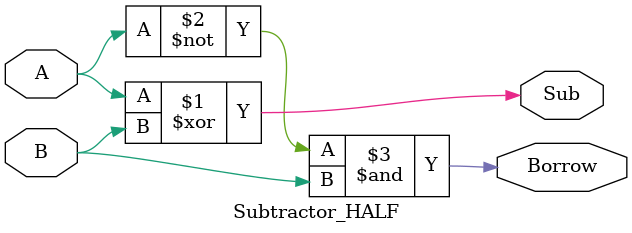
<source format=v>
`timescale 1ns / 1ps


module Subtractor_HALF(
    input A,
    input B,
    output Sub,
    output Borrow
    );
    assign Sub =A^B;
    assign Borrow =(~A&B);
endmodule

</source>
